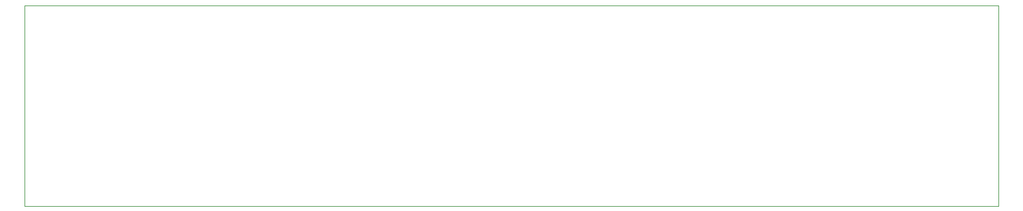
<source format=gbr>
%TF.GenerationSoftware,KiCad,Pcbnew,(5.1.9)-1*%
%TF.CreationDate,2021-03-29T21:17:45+02:00*%
%TF.ProjectId,ESP_Windowsensor,4553505f-5769-46e6-946f-7773656e736f,rev?*%
%TF.SameCoordinates,Original*%
%TF.FileFunction,Profile,NP*%
%FSLAX46Y46*%
G04 Gerber Fmt 4.6, Leading zero omitted, Abs format (unit mm)*
G04 Created by KiCad (PCBNEW (5.1.9)-1) date 2021-03-29 21:17:45*
%MOMM*%
%LPD*%
G01*
G04 APERTURE LIST*
%TA.AperFunction,Profile*%
%ADD10C,0.050000*%
%TD*%
G04 APERTURE END LIST*
D10*
X49530000Y-89662000D02*
X49530000Y-61976000D01*
X183896000Y-89662000D02*
X49530000Y-89662000D01*
X183896000Y-61976000D02*
X183896000Y-89662000D01*
X49530000Y-61976000D02*
X183896000Y-61976000D01*
M02*

</source>
